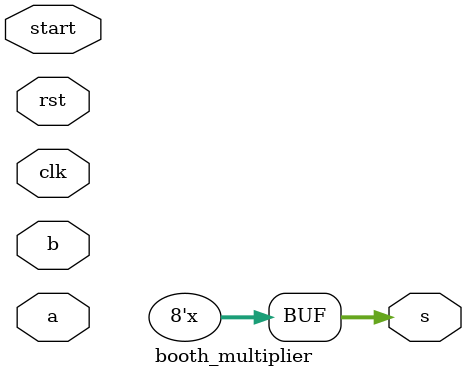
<source format=sv>
`timescale 1ns / 1ps

module booth_multiplier #(parameter N=4)(
    input logic signed[N-1:0] a,b,
    output logic signed[2*N-1:0] s,
    input logic start,clk,rst
    );
    
    typedef enum {IDLE, INIT, ANALYZE, ADD, SUB, SHIFT, CHECK, DONE} state_type;
    state_type actual_st, next_st;
    logic signed [N-1:0] m,q,acc;
    logic q_1,ready;
    logic[$clog2(N+1)-1:0] count;
    
    always_ff @( posedge clk) begin
        if(rst==1)begin
          actual_st  <= IDLE;
          acc    <= 0;
          q      <= 0;
          m      <= 0;
          q_1    <= 0;
          count  <= 0;
          ready  <= 0;
          s      <= 0;
        end else actual_st <= next_st;
    end
    
    always_comb begin
      case(actual_st)
        IDLE: begin
          ready = 1;
          if(start == 1) begin
            next_st = INIT;
            ready = 0;
          end
        end
        
        INIT: begin
          m     = a;
          q     = b;
          acc   = 0;
          q_1   = 0;
          count = N;
          next_st = ANALYZE;
        end
        
        ANALYZE : begin
          if (q[0] == 1 && q_1 == 0) next_st = SUB;
          else if (q[0] == 0 && q_1 == 1) next_st = ADD;
          else next_st = SHIFT;
        end
        
        ADD : begin
          acc = acc + m;
          next_st = SHIFT;
        end
        
        SUB : begin
          acc = acc - m;
          next_st = SHIFT;
        end
        
        SHIFT : begin
          q_1 = q[0];
          q   = {acc[0],q[N-1:1]};
          acc = {acc[N-1],acc[N-1:1]};
          count = count - 1;
          next_st = CHECK;
        end
        
        CHECK : begin
          if(count == 0) next_st = DONE;
          else next_st = ANALYZE;
        end
        
        DONE : begin
          s = {acc,q};
          ready = 1;
          next_st = IDLE;
        end

        default : next_st = IDLE;
      endcase
    end
endmodule

</source>
